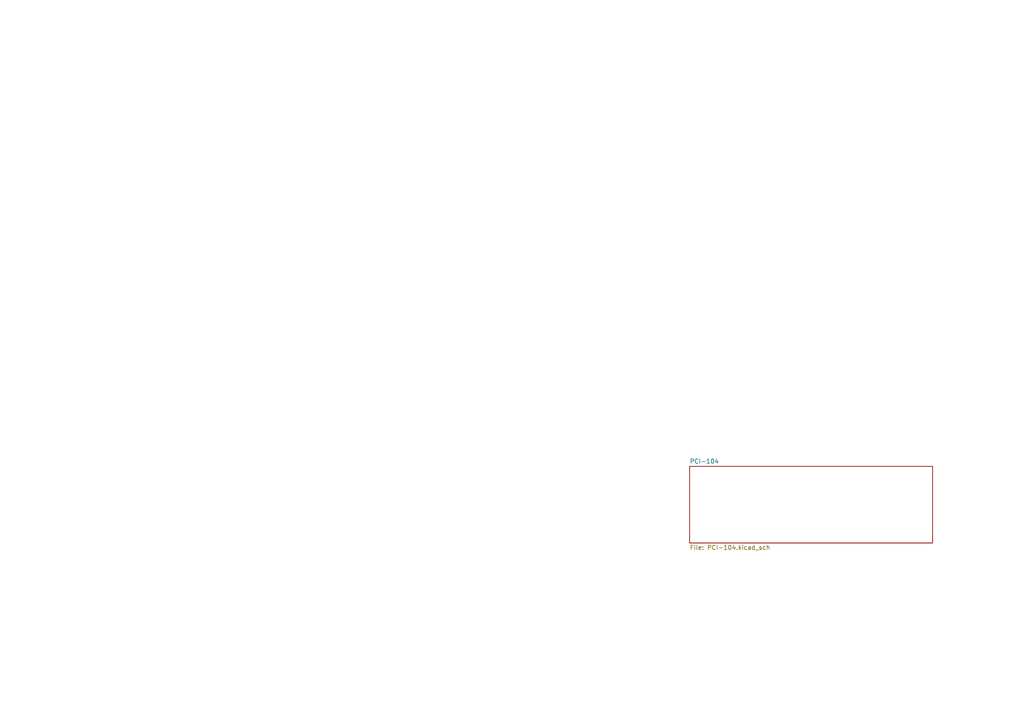
<source format=kicad_sch>
(kicad_sch
	(version 20250114)
	(generator "eeschema")
	(generator_version "9.0")
	(uuid "e5aefcdf-1552-4881-b70a-fd78aade4bcb")
	(paper "A4")
	(title_block
		(date "2025-11-13")
	)
	(lib_symbols)
	(sheet
		(at 200.025 135.255)
		(size 70.485 22.225)
		(exclude_from_sim no)
		(in_bom yes)
		(on_board yes)
		(dnp no)
		(fields_autoplaced yes)
		(stroke
			(width 0.1524)
			(type solid)
		)
		(fill
			(color 0 0 0 0.0000)
		)
		(uuid "8ce33b21-edd9-45e7-a202-eb79c335ac4d")
		(property "Sheetname" "PCI-104"
			(at 200.025 134.5434 0)
			(effects
				(font
					(size 1.27 1.27)
				)
				(justify left bottom)
			)
		)
		(property "Sheetfile" "PCI-104.kicad_sch"
			(at 200.025 158.0646 0)
			(effects
				(font
					(size 1.27 1.27)
				)
				(justify left top)
			)
		)
		(instances
			(project "PCI-104-Temp"
				(path "/e5aefcdf-1552-4881-b70a-fd78aade4bcb"
					(page "2")
				)
			)
		)
	)
	(sheet_instances
		(path "/"
			(page "1")
		)
	)
	(embedded_fonts no)
)

</source>
